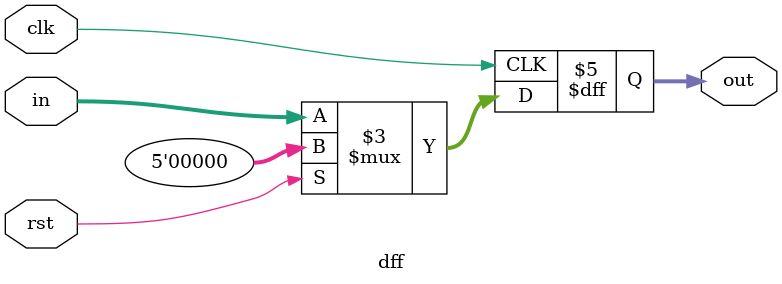
<source format=v>
`timescale 1ns / 1ps
module dff(input clk,input rst,input[4:0] in,output reg[4:0] out);
always@(posedge clk)
    begin
        if(rst)
            out<=5'd0;
        else
            out<=in;
    end
endmodule


</source>
